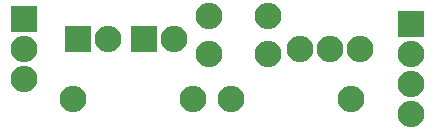
<source format=gbr>
%TF.GenerationSoftware,KiCad,Pcbnew,6.0.11+dfsg-1*%
%TF.CreationDate,2023-08-03T16:56:02+02:00*%
%TF.ProjectId,LittleJimmy,4c697474-6c65-44a6-996d-6d792e6b6963,2*%
%TF.SameCoordinates,Original*%
%TF.FileFunction,Soldermask,Top*%
%TF.FilePolarity,Negative*%
%FSLAX46Y46*%
G04 Gerber Fmt 4.6, Leading zero omitted, Abs format (unit mm)*
G04 Created by KiCad (PCBNEW 6.0.11+dfsg-1) date 2023-08-03 16:56:02*
%MOMM*%
%LPD*%
G01*
G04 APERTURE LIST*
%ADD10O,2.250000X2.250000*%
%ADD11R,2.250000X2.250000*%
G04 APERTURE END LIST*
D10*
%TO.C,Q1*%
X79502000Y-33274000D03*
X76962000Y-33274000D03*
X74422000Y-33274000D03*
%TD*%
%TO.C,C1*%
X58175600Y-32385000D03*
D11*
X55675600Y-32385000D03*
%TD*%
D10*
%TO.C,C3*%
X66715000Y-30480000D03*
X71715000Y-30480000D03*
%TD*%
D11*
%TO.C,J1*%
X51054000Y-30749000D03*
D10*
X51054000Y-33289000D03*
X51054000Y-35829000D03*
%TD*%
%TO.C,C4*%
X66715000Y-33655000D03*
X71715000Y-33655000D03*
%TD*%
%TO.C,D1*%
X68580000Y-37465000D03*
X78740000Y-37465000D03*
%TD*%
%TO.C,R1*%
X65405000Y-37465000D03*
X55245000Y-37465000D03*
%TD*%
%TO.C,C2*%
X63754000Y-32385000D03*
D11*
X61254000Y-32385000D03*
%TD*%
%TO.C,J2*%
X83820000Y-31115000D03*
D10*
X83820000Y-33655000D03*
X83820000Y-36195000D03*
X83820000Y-38735000D03*
%TD*%
M02*

</source>
